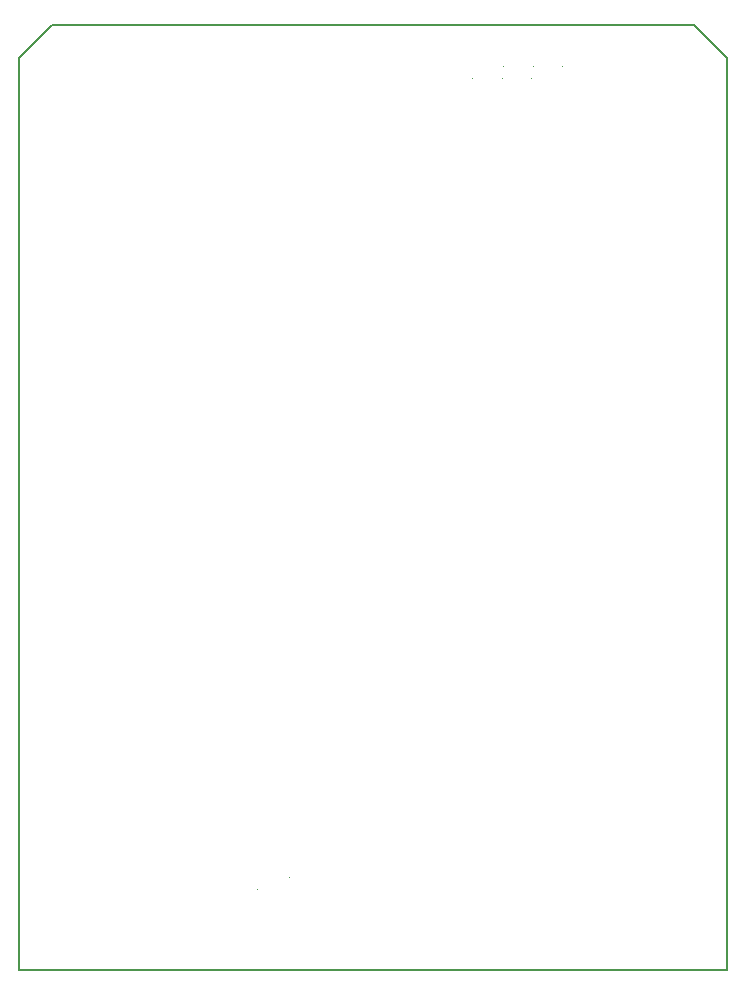
<source format=gko>
%FSLAX44Y44*%
%MOMM*%
G71*
G01*
G75*
G04 Layer_Color=16711935*
%ADD10R,0.8000X1.5000*%
%ADD11R,1.5000X1.0000*%
%ADD12R,1.0160X0.8890*%
%ADD13R,0.3000X1.3500*%
%ADD14R,0.2500X1.3500*%
%ADD15R,3.0000X2.1000*%
%ADD16R,2.1000X0.8000*%
%ADD17R,2.1844X2.4130*%
%ADD18R,0.3000X1.1000*%
%ADD19R,0.8128X1.0668*%
%ADD20R,0.8000X1.6000*%
%ADD21R,2.1000X3.0000*%
%ADD22R,0.8000X2.1000*%
%ADD23R,1.2954X1.1938*%
%ADD24R,0.8890X1.0160*%
%ADD25R,0.7000X0.6000*%
%ADD26R,1.3970X1.3970*%
%ADD27C,0.6000*%
%ADD28C,0.2540*%
%ADD29C,0.5000*%
%ADD30C,1.0000*%
%ADD31C,0.0254*%
%ADD32C,0.0254*%
G04:AMPARAMS|DCode=33|XSize=4mm|YSize=4mm|CornerRadius=2mm|HoleSize=0mm|Usage=FLASHONLY|Rotation=0.000|XOffset=0mm|YOffset=0mm|HoleType=Round|Shape=RoundedRectangle|*
%AMROUNDEDRECTD33*
21,1,4.0000,0.0000,0,0,0.0*
21,1,0.0000,4.0000,0,0,0.0*
1,1,4.0000,0.0000,0.0000*
1,1,4.0000,0.0000,0.0000*
1,1,4.0000,0.0000,0.0000*
1,1,4.0000,0.0000,0.0000*
%
%ADD33ROUNDEDRECTD33*%
%ADD34C,0.4500*%
%ADD35R,0.8128X0.8128*%
%ADD36R,1.2700X0.5080*%
%ADD37R,0.5000X0.8000*%
%ADD38R,1.3970X1.3970*%
%ADD39R,0.8000X1.5000*%
%ADD40R,1.4500X2.0000*%
%ADD41R,0.6096X2.0320*%
%ADD42O,0.6096X2.0320*%
%ADD43R,1.2000X1.8000*%
%ADD44R,1.0000X1.6000*%
%ADD45R,2.0000X2.0000*%
%ADD46R,2.5000X2.2000*%
%ADD47R,1.2954X1.6002*%
%ADD48R,1.6000X1.2000*%
%ADD49R,1.0668X0.8128*%
%ADD50R,3.5000X1.0000*%
%ADD51R,1.2000X1.6000*%
%ADD52R,2.1500X6.3000*%
%ADD53C,0.8000*%
%ADD54C,0.1200*%
%ADD55C,0.1000*%
%ADD56C,0.1501*%
%ADD57C,0.1500*%
%ADD58C,0.1250*%
%ADD59C,0.2032*%
%ADD60R,1.0032X1.7032*%
%ADD61R,1.7032X1.2032*%
%ADD62R,1.2192X1.0922*%
%ADD63R,0.5032X1.5532*%
%ADD64R,0.4532X1.5532*%
%ADD65R,3.2032X2.3032*%
%ADD66R,2.3032X1.0032*%
%ADD67R,2.3876X2.6162*%
%ADD68R,0.5032X1.3032*%
%ADD69R,1.0160X1.2700*%
%ADD70R,1.0032X1.8032*%
%ADD71R,2.3032X3.2032*%
%ADD72R,1.0032X2.3032*%
%ADD73R,1.4986X1.3970*%
%ADD74R,1.0922X1.2192*%
%ADD75R,0.9032X0.8032*%
%ADD76R,1.6002X1.6002*%
%ADD77C,0.2286*%
G04:AMPARAMS|DCode=78|XSize=4.2032mm|YSize=4.2032mm|CornerRadius=2.1016mm|HoleSize=0mm|Usage=FLASHONLY|Rotation=0.000|XOffset=0mm|YOffset=0mm|HoleType=Round|Shape=RoundedRectangle|*
%AMROUNDEDRECTD78*
21,1,4.2032,0.0000,0,0,0.0*
21,1,0.0000,4.2032,0,0,0.0*
1,1,4.2032,0.0000,0.0000*
1,1,4.2032,0.0000,0.0000*
1,1,4.2032,0.0000,0.0000*
1,1,4.2032,0.0000,0.0000*
%
%ADD78ROUNDEDRECTD78*%
%ADD79C,0.6532*%
%ADD80R,1.0160X1.0160*%
%ADD81R,1.4732X0.7112*%
%ADD82R,0.7032X1.0032*%
%ADD83R,1.6002X1.6002*%
%ADD84R,1.0032X1.7032*%
%ADD85R,1.6532X2.2032*%
%ADD86R,0.8128X2.2352*%
%ADD87O,0.8128X2.2352*%
%ADD88R,1.4032X2.0032*%
%ADD89R,1.2032X1.8032*%
%ADD90R,2.2032X2.2032*%
%ADD91R,2.7032X2.4032*%
%ADD92R,1.4986X1.8034*%
%ADD93R,1.8032X1.4032*%
%ADD94R,1.2700X1.0160*%
%ADD95R,3.7032X1.2032*%
%ADD96R,1.4032X1.8032*%
%ADD97R,2.3532X6.5032*%
%ADD98C,0.1999*%
%ADD99C,0.1539*%
%ADD100C,0.1270*%
%ADD101C,0.1524*%
%ADD102C,0.2000*%
D31*
X-71250Y78600D02*
X-71243D01*
X-97750Y68000D02*
X-97743D01*
X160473Y765320D02*
X160480D01*
X133973Y754720D02*
X133980D01*
X135473Y765320D02*
X135480D01*
X110473D02*
X110480D01*
X83973Y754720D02*
X83980D01*
X108973D02*
X108980D01*
X135473Y765320D02*
X135480D01*
D100*
X300000Y0D02*
Y771880D01*
X271880Y800000D02*
X300000Y771880D01*
X-271880Y800000D02*
X271880D01*
X-300000Y0D02*
Y771880D01*
X-271880Y800000D01*
X-300000Y0D02*
X300000D01*
M02*

</source>
